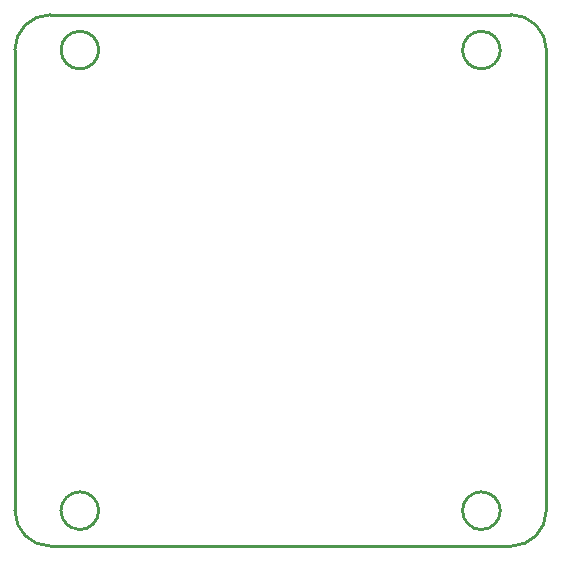
<source format=gm1>
G04*
G04 #@! TF.GenerationSoftware,Altium Limited,Altium Designer,20.0.2 (26)*
G04*
G04 Layer_Color=16711935*
%FSLAX25Y25*%
%MOIN*%
G70*
G01*
G75*
%ADD13C,0.01000*%
D13*
X21654Y171653D02*
G03*
X15354Y165354I0J-6299D01*
G01*
D02*
G03*
X21654Y159055I6299J0D01*
G01*
D02*
G03*
X27953Y165354I0J6299D01*
G01*
D02*
G03*
X21654Y171653I-6299J0D01*
G01*
X155512Y159055D02*
G03*
X161811Y165354I0J6299D01*
G01*
D02*
G03*
X155512Y171653I-6299J0D01*
G01*
D02*
G03*
X149213Y165354I0J-6299D01*
G01*
D02*
G03*
X155512Y159055I6299J0D01*
G01*
Y18110D02*
G03*
X149213Y11811I0J-6299D01*
G01*
X161811D02*
G03*
X155512Y18110I-6299J0D01*
G01*
Y5512D02*
G03*
X161811Y11811I0J6299D01*
G01*
X149213D02*
G03*
X155512Y5512I6299J0D01*
G01*
X21654D02*
G03*
X27953Y11811I0J6299D01*
G01*
D02*
G03*
X21654Y18110I-6299J0D01*
G01*
D02*
G03*
X15354Y11811I0J-6299D01*
G01*
D02*
G03*
X21654Y5512I6299J0D01*
G01*
X165354Y0D02*
G03*
X177165Y11811I0J11811D01*
G01*
Y165354D02*
G03*
X165354Y177165I-11811J0D01*
G01*
X11811D02*
G03*
X0Y165354I0J-11811D01*
G01*
Y11811D02*
G03*
X11811Y0I11811J0D01*
G01*
X165354D01*
X177165Y11811D02*
Y165354D01*
X11811Y177165D02*
X165354D01*
X0Y11811D02*
Y165354D01*
M02*

</source>
